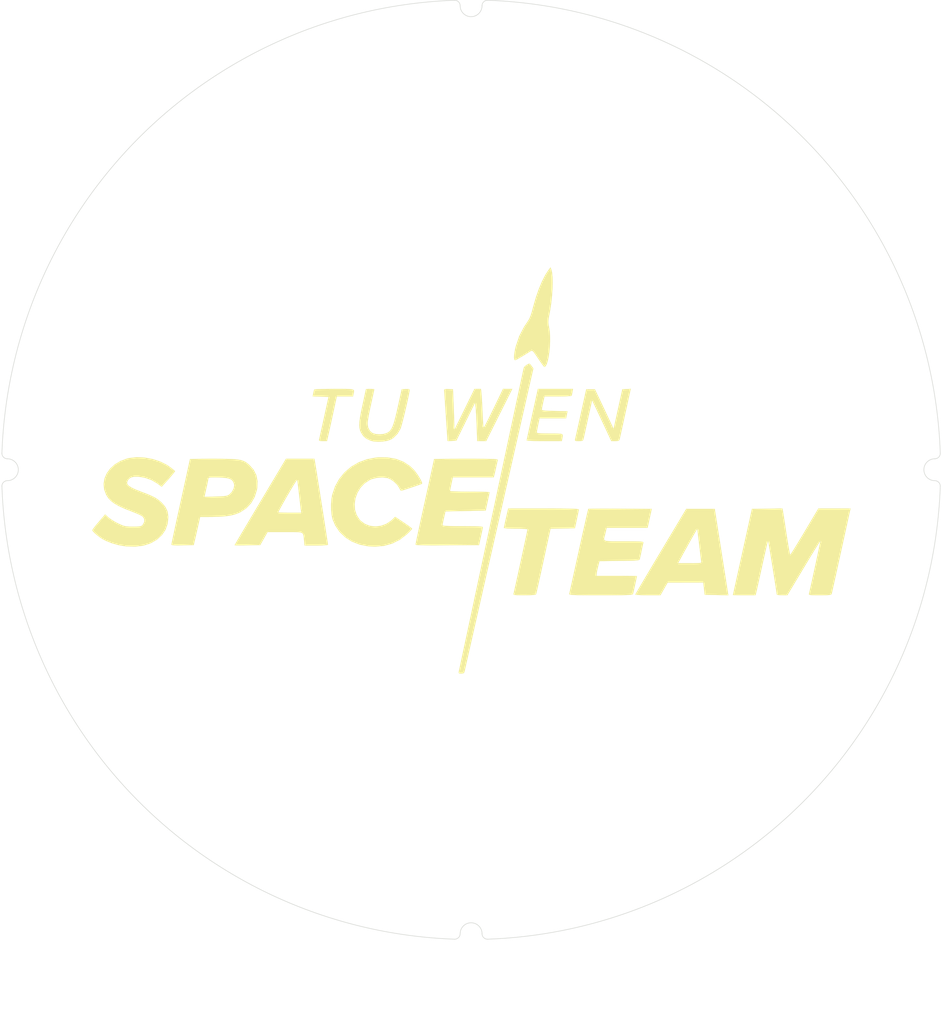
<source format=kicad_pcb>
(kicad_pcb (version 20171130) (host pcbnew 5.1.7-a382d34a8~88~ubuntu20.04.1)

  (general
    (thickness 1.6)
    (drawings 18)
    (tracks 0)
    (zones 0)
    (modules 5)
    (nets 1)
  )

  (page A4)
  (layers
    (0 F.Cu signal)
    (31 B.Cu signal)
    (34 B.Paste user)
    (35 F.Paste user)
    (36 B.SilkS user)
    (37 F.SilkS user)
    (38 B.Mask user)
    (39 F.Mask user)
    (40 Dwgs.User user)
    (41 Cmts.User user)
    (42 Eco1.User user)
    (43 Eco2.User user)
    (44 Edge.Cuts user)
    (45 Margin user)
    (46 B.CrtYd user)
    (47 F.CrtYd user)
    (48 B.Fab user hide)
    (49 F.Fab user hide)
  )

  (setup
    (last_trace_width 0.5)
    (trace_clearance 0.2)
    (zone_clearance 0.2)
    (zone_45_only no)
    (trace_min 0.2)
    (via_size 0.8)
    (via_drill 0.4)
    (via_min_size 0.4)
    (via_min_drill 0.3)
    (uvia_size 0.3)
    (uvia_drill 0.1)
    (uvias_allowed no)
    (uvia_min_size 0.2)
    (uvia_min_drill 0.1)
    (edge_width 0.05)
    (segment_width 0.2)
    (pcb_text_width 0.3)
    (pcb_text_size 1.5 1.5)
    (mod_edge_width 0.12)
    (mod_text_size 1 1)
    (mod_text_width 0.15)
    (pad_size 1.524 1.524)
    (pad_drill 0.762)
    (pad_to_mask_clearance 0)
    (aux_axis_origin 150 100)
    (grid_origin 150 100)
    (visible_elements FFFFFF7F)
    (pcbplotparams
      (layerselection 0x010f0_ffffffff)
      (usegerberextensions true)
      (usegerberattributes true)
      (usegerberadvancedattributes true)
      (creategerberjobfile true)
      (excludeedgelayer true)
      (linewidth 0.100000)
      (plotframeref false)
      (viasonmask false)
      (mode 1)
      (useauxorigin true)
      (hpglpennumber 1)
      (hpglpenspeed 20)
      (hpglpendiameter 15.000000)
      (psnegative false)
      (psa4output false)
      (plotreference true)
      (plotvalue true)
      (plotinvisibletext false)
      (padsonsilk false)
      (subtractmaskfromsilk false)
      (outputformat 1)
      (mirror false)
      (drillshape 0)
      (scaleselection 1)
      (outputdirectory "Doc/Gerber_Cover/"))
  )

  (net 0 "")

  (net_class Default "This is the default net class."
    (clearance 0.2)
    (trace_width 0.5)
    (via_dia 0.8)
    (via_drill 0.4)
    (uvia_dia 0.3)
    (uvia_drill 0.1)
  )

  (module MountingHole:MountingHole_3.2mm_M3 locked (layer F.Cu) (tedit 56D1B4CB) (tstamp 60BE8B83)
    (at 123.1 126.9)
    (descr "Mounting Hole 3.2mm, no annular, M3")
    (tags "mounting hole 3.2mm no annular m3")
    (attr virtual)
    (fp_text reference REF** (at 0 -4.2) (layer F.SilkS) hide
      (effects (font (size 1 1) (thickness 0.15)))
    )
    (fp_text value MountingHole_3.2mm_M3 (at 0 4.2) (layer F.Fab)
      (effects (font (size 1 1) (thickness 0.15)))
    )
    (fp_circle (center 0 0) (end 3.45 0) (layer F.CrtYd) (width 0.05))
    (fp_circle (center 0 0) (end 3.2 0) (layer Cmts.User) (width 0.15))
    (fp_text user %R (at 0.3 0) (layer F.Fab)
      (effects (font (size 1 1) (thickness 0.15)))
    )
    (pad 1 np_thru_hole circle (at 0 0) (size 3.2 3.2) (drill 3.2) (layers *.Cu *.Mask))
  )

  (module MountingHole:MountingHole_3.2mm_M3 locked (layer F.Cu) (tedit 56D1B4CB) (tstamp 60BE8B7C)
    (at 176.9 126.9)
    (descr "Mounting Hole 3.2mm, no annular, M3")
    (tags "mounting hole 3.2mm no annular m3")
    (attr virtual)
    (fp_text reference REF** (at 0 -4.2) (layer F.SilkS) hide
      (effects (font (size 1 1) (thickness 0.15)))
    )
    (fp_text value MountingHole_3.2mm_M3 (at 0 4.2) (layer F.Fab)
      (effects (font (size 1 1) (thickness 0.15)))
    )
    (fp_circle (center 0 0) (end 3.2 0) (layer Cmts.User) (width 0.15))
    (fp_circle (center 0 0) (end 3.45 0) (layer F.CrtYd) (width 0.05))
    (fp_text user %R (at 0.3 0) (layer F.Fab)
      (effects (font (size 1 1) (thickness 0.15)))
    )
    (pad 1 np_thru_hole circle (at 0 0) (size 3.2 3.2) (drill 3.2) (layers *.Cu *.Mask))
  )

  (module MountingHole:MountingHole_3.2mm_M3 locked (layer F.Cu) (tedit 56D1B4CB) (tstamp 60BE8B5A)
    (at 176.9 73.1)
    (descr "Mounting Hole 3.2mm, no annular, M3")
    (tags "mounting hole 3.2mm no annular m3")
    (attr virtual)
    (fp_text reference REF** (at 0 -4.2) (layer F.SilkS) hide
      (effects (font (size 1 1) (thickness 0.15)))
    )
    (fp_text value MountingHole_3.2mm_M3 (at 0 4.2) (layer F.Fab)
      (effects (font (size 1 1) (thickness 0.15)))
    )
    (fp_circle (center 0 0) (end 3.45 0) (layer F.CrtYd) (width 0.05))
    (fp_circle (center 0 0) (end 3.2 0) (layer Cmts.User) (width 0.15))
    (fp_text user %R (at 0.3 0) (layer F.Fab)
      (effects (font (size 1 1) (thickness 0.15)))
    )
    (pad 1 np_thru_hole circle (at 0 0) (size 3.2 3.2) (drill 3.2) (layers *.Cu *.Mask))
  )

  (module MountingHole:MountingHole_3.2mm_M3 locked (layer F.Cu) (tedit 56D1B4CB) (tstamp 60BE894B)
    (at 123.1 73.1)
    (descr "Mounting Hole 3.2mm, no annular, M3")
    (tags "mounting hole 3.2mm no annular m3")
    (attr virtual)
    (fp_text reference REF** (at 0 -4.2) (layer F.SilkS) hide
      (effects (font (size 1 1) (thickness 0.15)))
    )
    (fp_text value MountingHole_3.2mm_M3 (at 0 4.2) (layer F.Fab)
      (effects (font (size 1 1) (thickness 0.15)))
    )
    (fp_circle (center 0 0) (end 3.2 0) (layer Cmts.User) (width 0.15))
    (fp_circle (center 0 0) (end 3.45 0) (layer F.CrtYd) (width 0.05))
    (fp_text user %R (at 0.3 0) (layer F.Fab)
      (effects (font (size 1 1) (thickness 0.15)))
    )
    (pad 1 np_thru_hole circle (at 0 0) (size 3.2 3.2) (drill 3.2) (layers *.Cu *.Mask))
  )

  (module TXV_Library_Footprints:ST_Logo_77x47mm (layer F.Cu) (tedit 0) (tstamp 60BE8800)
    (at 150 100)
    (fp_text reference G*** (at 0 0) (layer F.SilkS) hide
      (effects (font (size 1.524 1.524) (thickness 0.3)))
    )
    (fp_text value LOGO (at 0.75 0) (layer F.SilkS) hide
      (effects (font (size 1.524 1.524) (thickness 0.3)))
    )
    (fp_poly (pts (xy 5.404849 -9.641997) (xy 5.515447 -9.503864) (xy 5.536496 -9.474748) (xy 5.695595 -9.251313)
      (xy 2.574212 4.47601) (xy 2.249741 5.903077) (xy 1.934122 7.291411) (xy 1.629076 8.63343)
      (xy 1.336325 9.92155) (xy 1.057591 11.148188) (xy 0.794596 12.305761) (xy 0.549063 13.386685)
      (xy 0.322713 14.383377) (xy 0.117268 15.288253) (xy -0.06555 16.093732) (xy -0.224018 16.792228)
      (xy -0.356415 17.37616) (xy -0.461019 17.837943) (xy -0.536107 18.169994) (xy -0.579957 18.364731)
      (xy -0.591086 18.415) (xy -0.644275 18.560231) (xy -0.756535 18.618251) (xy -0.903117 18.626667)
      (xy -1.080155 18.615274) (xy -1.141329 18.561853) (xy -1.128199 18.453485) (xy -1.107887 18.361242)
      (xy -1.05709 18.126032) (xy -0.97743 17.755438) (xy -0.87053 17.257048) (xy -0.73801 16.638447)
      (xy -0.581494 15.907221) (xy -0.402601 15.070956) (xy -0.202955 14.137237) (xy 0.015823 13.11365)
      (xy 0.252111 12.007781) (xy 0.504288 10.827216) (xy 0.770731 9.579541) (xy 1.04982 8.272341)
      (xy 1.339931 6.913202) (xy 1.639445 5.509711) (xy 1.84609 4.541212) (xy 2.150934 3.112692)
      (xy 2.447459 1.723773) (xy 2.734044 0.382013) (xy 3.009072 -0.905029) (xy 3.270922 -2.129795)
      (xy 3.517976 -3.284726) (xy 3.748612 -4.362263) (xy 3.961214 -5.354848) (xy 4.15416 -6.254922)
      (xy 4.325831 -7.054927) (xy 4.474609 -7.747304) (xy 4.598873 -8.324494) (xy 4.697005 -8.778939)
      (xy 4.767385 -9.103081) (xy 4.808393 -9.28936) (xy 4.818673 -9.33342) (xy 4.906462 -9.447357)
      (xy 5.07047 -9.575842) (xy 5.245275 -9.67313) (xy 5.34033 -9.698182) (xy 5.404849 -9.641997)) (layer F.SilkS) (width 0.01))
    (fp_poly (pts (xy 7.443875 3.541529) (xy 8.124244 3.544521) (xy 8.673253 3.54992) (xy 9.102184 3.558061)
      (xy 9.422323 3.56928) (xy 9.644953 3.583915) (xy 9.781359 3.602301) (xy 9.842825 3.624774)
      (xy 9.849036 3.636818) (xy 9.832143 3.748217) (xy 9.788879 3.974151) (xy 9.726311 4.278892)
      (xy 9.670197 4.541212) (xy 9.494441 5.349394) (xy 8.379748 5.370608) (xy 7.265054 5.391823)
      (xy 6.624178 8.333942) (xy 6.481472 8.987297) (xy 6.347967 9.595118) (xy 6.227413 10.140589)
      (xy 6.123558 10.606899) (xy 6.040152 10.977233) (xy 5.980942 11.234778) (xy 5.949677 11.362721)
      (xy 5.94675 11.372273) (xy 5.882689 11.414519) (xy 5.717325 11.443624) (xy 5.434702 11.46102)
      (xy 5.018861 11.468139) (xy 4.874154 11.468485) (xy 4.457192 11.46699) (xy 4.171336 11.460445)
      (xy 3.993763 11.445763) (xy 3.901654 11.419855) (xy 3.872185 11.379634) (xy 3.878761 11.333788)
      (xy 3.90545 11.22494) (xy 3.959325 10.988923) (xy 4.03604 10.645738) (xy 4.131251 10.215386)
      (xy 4.240613 9.717869) (xy 4.359781 9.173186) (xy 4.484412 8.60134) (xy 4.610159 8.022332)
      (xy 4.732678 7.456162) (xy 4.847626 6.922832) (xy 4.950655 6.442344) (xy 5.037423 6.034697)
      (xy 5.103585 5.719893) (xy 5.144795 5.517934) (xy 5.15697 5.449516) (xy 5.084596 5.427364)
      (xy 4.885832 5.408744) (xy 4.588216 5.395231) (xy 4.219285 5.3884) (xy 4.079394 5.387879)
      (xy 3.655112 5.382829) (xy 3.320762 5.368614) (xy 3.096706 5.346629) (xy 3.003308 5.318275)
      (xy 3.001818 5.31389) (xy 3.013433 5.231162) (xy 3.05002 5.047924) (xy 3.114193 4.752154)
      (xy 3.208567 4.331833) (xy 3.335755 3.77494) (xy 3.349802 3.713788) (xy 3.3896 3.540606)
      (xy 6.62086 3.540606) (xy 7.443875 3.541529)) (layer F.SilkS) (width 0.01))
    (fp_poly (pts (xy 12.92073 3.555019) (xy 13.567348 3.558441) (xy 13.635936 3.558911) (xy 16.519897 3.579091)
      (xy 16.140369 5.310909) (xy 12.395054 5.310909) (xy 12.347633 5.522576) (xy 12.294111 5.750132)
      (xy 12.231607 6.001818) (xy 12.231141 6.003636) (xy 12.186025 6.171951) (xy 12.159004 6.301145)
      (xy 12.166736 6.396366) (xy 12.225881 6.462759) (xy 12.353099 6.505472) (xy 12.565049 6.529652)
      (xy 12.878391 6.540444) (xy 13.309784 6.542996) (xy 13.875889 6.542454) (xy 13.975187 6.542424)
      (xy 14.549546 6.543096) (xy 14.987687 6.546008) (xy 15.307328 6.552504) (xy 15.526188 6.563929)
      (xy 15.661985 6.581625) (xy 15.732436 6.606938) (xy 15.755262 6.641212) (xy 15.750818 6.677121)
      (xy 15.717683 6.813456) (xy 15.664191 7.054233) (xy 15.600592 7.353031) (xy 15.585096 7.427576)
      (xy 15.520824 7.733087) (xy 15.464544 7.991398) (xy 15.426393 8.156217) (xy 15.42108 8.176648)
      (xy 15.397621 8.219111) (xy 15.341255 8.25201) (xy 15.233633 8.276864) (xy 15.056404 8.295193)
      (xy 14.791219 8.308515) (xy 14.419729 8.318349) (xy 13.923582 8.326214) (xy 13.561161 8.330588)
      (xy 11.737879 8.351212) (xy 11.610722 8.851515) (xy 11.543575 9.136726) (xy 11.494723 9.383722)
      (xy 11.476025 9.525) (xy 11.468485 9.698182) (xy 13.315758 9.698182) (xy 13.830626 9.69909)
      (xy 14.29025 9.701643) (xy 14.673598 9.705578) (xy 14.959634 9.710638) (xy 15.127323 9.71656)
      (xy 15.16303 9.721028) (xy 15.147396 9.808926) (xy 15.106227 10.007793) (xy 15.048126 10.278493)
      (xy 14.981696 10.581886) (xy 14.915539 10.878837) (xy 14.858258 11.130207) (xy 14.818456 11.29686)
      (xy 14.808539 11.333788) (xy 14.789355 11.368393) (xy 14.745129 11.396534) (xy 14.661328 11.418872)
      (xy 14.523416 11.436072) (xy 14.31686 11.448796) (xy 14.027124 11.457707) (xy 13.639675 11.463468)
      (xy 13.139979 11.466742) (xy 12.513499 11.468192) (xy 11.855352 11.468485) (xy 11.108489 11.468128)
      (xy 10.501397 11.466615) (xy 10.019907 11.463283) (xy 9.649851 11.457469) (xy 9.377062 11.448511)
      (xy 9.187371 11.435745) (xy 9.06661 11.41851) (xy 9.000611 11.396141) (xy 8.975207 11.367977)
      (xy 8.97612 11.333788) (xy 8.998783 11.234062) (xy 9.05125 10.998837) (xy 9.130238 10.642956)
      (xy 9.232464 10.18126) (xy 9.354644 9.628591) (xy 9.493497 8.999794) (xy 9.645738 8.309709)
      (xy 9.808085 7.573179) (xy 9.845296 7.404275) (xy 10.009045 6.663342) (xy 10.163557 5.968841)
      (xy 10.305569 5.335118) (xy 10.431817 4.776521) (xy 10.539037 4.307397) (xy 10.623964 3.942093)
      (xy 10.683337 3.694956) (xy 10.71389 3.580334) (xy 10.716612 3.574095) (xy 10.798941 3.566645)
      (xy 11.018093 3.560785) (xy 11.356958 3.556603) (xy 11.798426 3.554189) (xy 12.325386 3.553631)
      (xy 12.92073 3.555019)) (layer F.SilkS) (width 0.01))
    (fp_poly (pts (xy 22.902458 7.52581) (xy 23.522789 11.472529) (xy 22.44094 11.451264) (xy 21.359091 11.43)
      (xy 21.294069 10.87197) (xy 21.229046 10.313939) (xy 19.600735 10.314757) (xy 17.972424 10.315574)
      (xy 17.643879 10.89203) (xy 17.315334 11.468485) (xy 16.162213 11.468485) (xy 15.761019 11.464856)
      (xy 15.420967 11.454858) (xy 15.168578 11.439821) (xy 15.030372 11.421078) (xy 15.012373 11.410758)
      (xy 15.051445 11.336025) (xy 15.16282 11.141054) (xy 15.339564 10.837583) (xy 15.574742 10.437355)
      (xy 15.86142 9.952108) (xy 16.192664 9.393584) (xy 16.561537 8.773523) (xy 16.698664 8.543636)
      (xy 18.922983 8.543636) (xy 19.999134 8.543636) (xy 20.42595 8.54216) (xy 20.721554 8.535784)
      (xy 20.90866 8.521592) (xy 21.009982 8.496663) (xy 21.048234 8.45808) (xy 21.047442 8.408939)
      (xy 21.030018 8.292131) (xy 20.99848 8.049187) (xy 20.956148 7.706918) (xy 20.906338 7.292139)
      (xy 20.854531 6.850303) (xy 20.801855 6.401335) (xy 20.754603 6.008849) (xy 20.715772 5.696915)
      (xy 20.688359 5.489605) (xy 20.675361 5.410989) (xy 20.675325 5.410946) (xy 20.635854 5.470124)
      (xy 20.534067 5.643125) (xy 20.381803 5.908873) (xy 20.190904 6.246293) (xy 19.973211 6.634307)
      (xy 19.740563 7.05184) (xy 19.504802 7.477814) (xy 19.277768 7.891155) (xy 19.142397 8.139545)
      (xy 18.922983 8.543636) (xy 16.698664 8.543636) (xy 16.961107 8.103665) (xy 17.342346 7.466061)
      (xy 19.669038 3.579091) (xy 22.282128 3.579091) (xy 22.902458 7.52581)) (layer F.SilkS) (width 0.01))
    (fp_poly (pts (xy 28.501227 3.712085) (xy 28.523319 3.834092) (xy 28.564522 4.085694) (xy 28.621279 4.44423)
      (xy 28.690033 4.887033) (xy 28.767228 5.391439) (xy 28.83363 5.830455) (xy 28.914774 6.35658)
      (xy 28.991381 6.828656) (xy 29.059864 7.22649) (xy 29.116635 7.52989) (xy 29.158108 7.718663)
      (xy 29.178932 7.773939) (xy 29.229686 7.710251) (xy 29.348869 7.529662) (xy 29.526736 7.247887)
      (xy 29.753546 6.88064) (xy 30.019554 6.443635) (xy 30.315019 5.952587) (xy 30.490906 5.657849)
      (xy 31.75 3.541759) (xy 33.223485 3.541183) (xy 34.69697 3.540606) (xy 34.632253 3.829242)
      (xy 34.602839 3.961983) (xy 34.544014 4.228782) (xy 34.459365 4.613336) (xy 34.352476 5.09934)
      (xy 34.226932 5.670492) (xy 34.086317 6.310487) (xy 33.934216 7.003021) (xy 33.790306 7.658485)
      (xy 33.632186 8.377782) (xy 33.483172 9.053724) (xy 33.346695 9.670886) (xy 33.226185 10.213846)
      (xy 33.125072 10.667182) (xy 33.046786 11.01547) (xy 32.994759 11.243287) (xy 32.972866 11.333788)
      (xy 32.941402 11.388532) (xy 32.868964 11.426227) (xy 32.730898 11.44996) (xy 32.50255 11.46282)
      (xy 32.159267 11.467894) (xy 31.897286 11.468485) (xy 31.481431 11.467802) (xy 31.196264 11.463053)
      (xy 31.018531 11.450182) (xy 30.924981 11.425139) (xy 30.892361 11.383869) (xy 30.89742 11.322319)
      (xy 30.903773 11.295303) (xy 30.950708 11.093655) (xy 31.020683 10.78328) (xy 31.108909 10.386263)
      (xy 31.210592 9.924691) (xy 31.320944 9.420649) (xy 31.435172 8.896224) (xy 31.548486 8.373501)
      (xy 31.656096 7.874567) (xy 31.75321 7.421507) (xy 31.835037 7.036408) (xy 31.896787 6.741356)
      (xy 31.933669 6.558435) (xy 31.942137 6.508411) (xy 31.90412 6.553595) (xy 31.795876 6.717327)
      (xy 31.625913 6.985875) (xy 31.402741 7.345507) (xy 31.134867 7.782492) (xy 30.830802 8.283098)
      (xy 30.499054 8.833594) (xy 30.430577 8.947727) (xy 28.919306 11.468485) (xy 28.429653 11.468485)
      (xy 28.13133 11.456346) (xy 27.973186 11.418367) (xy 27.939377 11.372273) (xy 27.927399 11.264193)
      (xy 27.894339 11.030741) (xy 27.843769 10.694071) (xy 27.77926 10.276339) (xy 27.704385 9.799698)
      (xy 27.622714 9.286305) (xy 27.537821 8.758314) (xy 27.453276 8.23788) (xy 27.372652 7.747159)
      (xy 27.29952 7.308304) (xy 27.237451 6.943472) (xy 27.190019 6.674816) (xy 27.160794 6.524493)
      (xy 27.153945 6.50041) (xy 27.130468 6.564609) (xy 27.078922 6.761061) (xy 27.003613 7.071519)
      (xy 26.908845 7.47774) (xy 26.798925 7.961478) (xy 26.678157 8.504487) (xy 26.639517 8.680505)
      (xy 26.51294 9.257376) (xy 26.393673 9.798105) (xy 26.286606 10.280749) (xy 26.196627 10.683363)
      (xy 26.128622 10.984004) (xy 26.087482 11.160729) (xy 26.082762 11.179848) (xy 26.009824 11.468485)
      (xy 24.9737 11.468485) (xy 24.594712 11.467143) (xy 24.278273 11.463465) (xy 24.052382 11.457972)
      (xy 23.945036 11.451185) (xy 23.940001 11.449242) (xy 23.956567 11.372637) (xy 24.003252 11.159732)
      (xy 24.076969 10.824539) (xy 24.174628 10.381074) (xy 24.293143 9.84335) (xy 24.429425 9.225382)
      (xy 24.580386 8.541183) (xy 24.742938 7.804768) (xy 24.809227 7.504545) (xy 25.676027 3.579091)
      (xy 28.461245 3.537201) (xy 28.501227 3.712085)) (layer F.SilkS) (width 0.01))
    (fp_poly (pts (xy -29.864267 -1.114462) (xy -29.137136 -0.981592) (xy -28.442149 -0.756955) (xy -27.816759 -0.449589)
      (xy -27.365254 -0.127788) (xy -27.059902 0.134063) (xy -27.263497 0.394153) (xy -27.417486 0.581434)
      (xy -27.631738 0.830294) (xy -27.861944 1.089336) (xy -27.87959 1.108813) (xy -28.292088 1.563384)
      (xy -28.652185 1.288515) (xy -29.198132 0.960173) (xy -29.823864 0.735016) (xy -30.420223 0.634986)
      (xy -30.826791 0.63481) (xy -31.119572 0.713015) (xy -31.322602 0.879414) (xy -31.419354 1.042849)
      (xy -31.457888 1.193649) (xy -31.419826 1.334148) (xy -31.292086 1.473683) (xy -31.061591 1.621586)
      (xy -30.715259 1.787192) (xy -30.240011 1.979836) (xy -29.95654 2.086772) (xy -29.463319 2.277895)
      (xy -29.08352 2.447369) (xy -28.782138 2.614368) (xy -28.524166 2.798062) (xy -28.299084 2.99453)
      (xy -27.958979 3.385359) (xy -27.758567 3.801121) (xy -27.683724 4.272837) (xy -27.682456 4.348788)
      (xy -27.749951 4.954761) (xy -27.948282 5.503133) (xy -28.250835 5.950241) (xy -28.737954 6.399339)
      (xy -29.304941 6.727324) (xy -29.95772 6.936052) (xy -30.702216 7.02738) (xy -31.544352 7.003162)
      (xy -31.596061 6.998276) (xy -32.205277 6.897868) (xy -32.829034 6.723633) (xy -33.402423 6.495764)
      (xy -33.682497 6.349232) (xy -33.933874 6.185618) (xy -34.186995 5.994301) (xy -34.409789 5.802944)
      (xy -34.570185 5.639212) (xy -34.636112 5.530767) (xy -34.636364 5.52644) (xy -34.588961 5.441793)
      (xy -34.460064 5.26725) (xy -34.269638 5.028685) (xy -34.049302 4.765587) (xy -33.462241 4.079168)
      (xy -33.15483 4.356895) (xy -32.932525 4.52627) (xy -32.62887 4.717528) (xy -32.304439 4.892926)
      (xy -32.260225 4.914345) (xy -31.974506 5.045338) (xy -31.749363 5.127551) (xy -31.530504 5.172311)
      (xy -31.263639 5.190944) (xy -30.91609 5.194762) (xy -30.564617 5.19237) (xy -30.3327 5.179837)
      (xy -30.185991 5.150287) (xy -30.090141 5.096847) (xy -30.011696 5.013746) (xy -29.879329 4.755597)
      (xy -29.885155 4.502314) (xy -30.026365 4.287383) (xy -30.075909 4.248154) (xy -30.236823 4.158378)
      (xy -30.501111 4.036159) (xy -30.826929 3.90013) (xy -31.057273 3.811119) (xy -31.705377 3.55536)
      (xy -32.222285 3.317454) (xy -32.627647 3.084547) (xy -32.941111 2.843787) (xy -33.182327 2.582319)
      (xy -33.362267 2.303397) (xy -33.553779 1.804991) (xy -33.603167 1.298424) (xy -33.520345 0.799639)
      (xy -33.315231 0.324583) (xy -32.997738 -0.110802) (xy -32.577783 -0.490571) (xy -32.065282 -0.79878)
      (xy -31.47015 -1.019484) (xy -31.265151 -1.068756) (xy -30.586089 -1.146529) (xy -29.864267 -1.114462)) (layer F.SilkS) (width 0.01))
    (fp_poly (pts (xy -7.611748 -1.123729) (xy -6.858737 -0.990218) (xy -6.191546 -0.732907) (xy -5.605138 -0.350107)
      (xy -5.310909 -0.081064) (xy -5.123176 0.13436) (xy -4.929536 0.394934) (xy -4.74905 0.669264)
      (xy -4.60078 0.925954) (xy -4.503786 1.133609) (xy -4.47713 1.260835) (xy -4.485511 1.27844)
      (xy -4.567773 1.31473) (xy -4.762397 1.386563) (xy -5.035176 1.482419) (xy -5.351902 1.590777)
      (xy -5.678371 1.700118) (xy -5.980373 1.79892) (xy -6.223703 1.875665) (xy -6.374153 1.918831)
      (xy -6.403089 1.924242) (xy -6.469799 1.860614) (xy -6.554969 1.704421) (xy -6.56811 1.674091)
      (xy -6.747483 1.391531) (xy -7.024125 1.115261) (xy -7.346112 0.889516) (xy -7.63488 0.765254)
      (xy -8.098338 0.703238) (xy -8.606616 0.738626) (xy -9.091889 0.863905) (xy -9.285842 0.948191)
      (xy -9.74444 1.25498) (xy -10.115417 1.651736) (xy -10.393339 2.114057) (xy -10.572774 2.61754)
      (xy -10.648289 3.137784) (xy -10.61445 3.650386) (xy -10.465823 4.130945) (xy -10.196976 4.555056)
      (xy -10.110011 4.649741) (xy -9.713465 4.947268) (xy -9.250525 5.124645) (xy -8.75002 5.182678)
      (xy -8.240783 5.12217) (xy -7.751643 4.943924) (xy -7.311431 4.648745) (xy -7.225162 4.569313)
      (xy -6.945778 4.297131) (xy -6.166828 4.815759) (xy -5.866899 5.019826) (xy -5.62053 5.19578)
      (xy -5.452594 5.325258) (xy -5.387964 5.389897) (xy -5.387879 5.390793) (xy -5.440503 5.465193)
      (xy -5.581189 5.616182) (xy -5.784162 5.816721) (xy -5.88535 5.912558) (xy -6.514589 6.400466)
      (xy -7.210395 6.749838) (xy -7.971285 6.960221) (xy -8.795775 7.031161) (xy -9.424305 6.996042)
      (xy -10.20163 6.842871) (xy -10.901241 6.568043) (xy -11.512208 6.179836) (xy -12.023598 5.686534)
      (xy -12.424479 5.096417) (xy -12.664719 4.541212) (xy -12.751199 4.16149) (xy -12.798203 3.687679)
      (xy -12.804703 3.174748) (xy -12.769667 2.67767) (xy -12.706558 2.309091) (xy -12.447702 1.535397)
      (xy -12.063123 0.839536) (xy -11.565364 0.231673) (xy -10.966969 -0.278029) (xy -10.280485 -0.679407)
      (xy -9.518454 -0.962296) (xy -8.693422 -1.116532) (xy -8.455614 -1.135127) (xy -7.611748 -1.123729)) (layer F.SilkS) (width 0.01))
    (fp_poly (pts (xy -22.847301 -0.998706) (xy -22.26277 -0.990884) (xy -21.794055 -0.973955) (xy -21.422105 -0.944735)
      (xy -21.127871 -0.900039) (xy -20.892303 -0.836683) (xy -20.696351 -0.751483) (xy -20.520966 -0.641255)
      (xy -20.347097 -0.502814) (xy -20.289539 -0.452801) (xy -19.891688 -0.010578) (xy -19.636054 0.490525)
      (xy -19.522624 1.050553) (xy -19.551382 1.669556) (xy -19.583849 1.848371) (xy -19.791788 2.50507)
      (xy -20.119912 3.069332) (xy -20.562946 3.534331) (xy -21.115616 3.893243) (xy -21.19351 3.930945)
      (xy -21.566741 4.077414) (xy -21.987285 4.184528) (xy -22.481667 4.256192) (xy -23.076411 4.296316)
      (xy -23.758076 4.308778) (xy -24.771606 4.310303) (xy -24.939348 5.060758) (xy -25.029585 5.461127)
      (xy -25.125012 5.879158) (xy -25.209388 6.243857) (xy -25.234303 6.35) (xy -25.361515 6.888788)
      (xy -26.381364 6.910264) (xy -26.813916 6.916046) (xy -27.112355 6.911081) (xy -27.296228 6.893877)
      (xy -27.385083 6.862944) (xy -27.401212 6.832468) (xy -27.385069 6.739973) (xy -27.338727 6.511752)
      (xy -27.265316 6.162369) (xy -27.167966 5.706386) (xy -27.049807 5.158365) (xy -26.913969 4.53287)
      (xy -26.763582 3.844464) (xy -26.601777 3.107708) (xy -26.554545 2.893348) (xy -26.462271 2.474571)
      (xy -24.378586 2.474571) (xy -23.355233 2.449558) (xy -22.925835 2.4363) (xy -22.62042 2.418072)
      (xy -22.409032 2.390434) (xy -22.261716 2.348943) (xy -22.148516 2.289158) (xy -22.114879 2.265639)
      (xy -21.876088 2.024866) (xy -21.716575 1.732279) (xy -21.658338 1.436906) (xy -21.677511 1.290803)
      (xy -21.764736 1.077871) (xy -21.90111 0.923411) (xy -22.109773 0.817875) (xy -22.413868 0.751718)
      (xy -22.836536 0.715391) (xy -23.096253 0.705524) (xy -23.500482 0.697729) (xy -23.77275 0.702259)
      (xy -23.934677 0.720919) (xy -24.007882 0.755514) (xy -24.01818 0.782493) (xy -24.035815 0.896883)
      (xy -24.080581 1.1249) (xy -24.145095 1.430149) (xy -24.2002 1.679861) (xy -24.378586 2.474571)
      (xy -26.462271 2.474571) (xy -26.390407 2.148423) (xy -26.236756 1.450104) (xy -26.096705 0.8126)
      (xy -25.973365 0.250123) (xy -25.869848 -0.223117) (xy -25.789264 -0.592911) (xy -25.734725 -0.845048)
      (xy -25.709343 -0.965318) (xy -25.707879 -0.973552) (xy -25.634166 -0.980579) (xy -25.426051 -0.986927)
      (xy -25.103073 -0.992349) (xy -24.684769 -0.996598) (xy -24.190675 -0.999427) (xy -23.640331 -1.00059)
      (xy -23.566697 -1.000606) (xy -22.847301 -0.998706)) (layer F.SilkS) (width 0.01))
    (fp_poly (pts (xy -14.285228 -0.788939) (xy -14.263547 -0.665836) (xy -14.221764 -0.412834) (xy -14.162677 -0.047748)
      (xy -14.089084 0.411606) (xy -14.003782 0.947412) (xy -13.909569 1.541855) (xy -13.809242 2.177119)
      (xy -13.7056 2.83539) (xy -13.60144 3.498852) (xy -13.499559 4.149689) (xy -13.402756 4.770085)
      (xy -13.313827 5.342226) (xy -13.23557 5.848296) (xy -13.170784 6.27048) (xy -13.122265 6.590961)
      (xy -13.092812 6.791925) (xy -13.084848 6.855117) (xy -13.157833 6.882535) (xy -13.360932 6.90473)
      (xy -13.670364 6.920098) (xy -14.062345 6.927037) (xy -14.154867 6.927273) (xy -15.224885 6.927273)
      (xy -15.276466 6.446212) (xy -15.299651 6.198276) (xy -15.322042 6.01148) (xy -15.363396 5.877252)
      (xy -15.443473 5.787016) (xy -15.582031 5.732201) (xy -15.798828 5.704231) (xy -16.113624 5.694533)
      (xy -16.546176 5.694534) (xy -17.005938 5.695758) (xy -18.607563 5.695758) (xy -19.280909 6.888788)
      (xy -20.454697 6.910035) (xy -20.859986 6.915418) (xy -21.2047 6.916271) (xy -21.462463 6.912827)
      (xy -21.606897 6.905319) (xy -21.628485 6.89968) (xy -21.59011 6.82974) (xy -21.479559 6.63928)
      (xy -21.303693 6.339881) (xy -21.069375 5.943124) (xy -20.783464 5.46059) (xy -20.452823 4.903858)
      (xy -20.084313 4.284509) (xy -19.852919 3.896234) (xy -17.626061 3.896234) (xy -17.553747 3.906874)
      (xy -17.355425 3.915781) (xy -17.059023 3.922176) (xy -16.692468 3.925281) (xy -16.57823 3.925455)
      (xy -15.5304 3.925455) (xy -15.57546 3.598333) (xy -15.600353 3.402406) (xy -15.63739 3.091813)
      (xy -15.682093 2.70493) (xy -15.729984 2.280132) (xy -15.743849 2.155152) (xy -15.790221 1.749959)
      (xy -15.833904 1.394345) (xy -15.870921 1.118873) (xy -15.897292 0.954108) (xy -15.903786 0.926596)
      (xy -15.946179 0.967887) (xy -16.050179 1.121419) (xy -16.20279 1.36478) (xy -16.391012 1.675561)
      (xy -16.601848 2.031348) (xy -16.8223 2.409731) (xy -17.039371 2.788299) (xy -17.240063 3.144639)
      (xy -17.411377 3.45634) (xy -17.540317 3.700991) (xy -17.613885 3.85618) (xy -17.626061 3.896234)
      (xy -19.852919 3.896234) (xy -19.684795 3.614125) (xy -19.278721 2.933736) (xy -16.928956 -1.000606)
      (xy -14.328595 -1.000606) (xy -14.285228 -0.788939)) (layer F.SilkS) (width 0.01))
    (fp_poly (pts (xy 0.292633 -1.000254) (xy 0.902067 -0.99876) (xy 1.38578 -0.995467) (xy 1.75788 -0.989719)
      (xy 2.032477 -0.980858) (xy 2.223679 -0.968227) (xy 2.345595 -0.95117) (xy 2.412334 -0.92903)
      (xy 2.438004 -0.90115) (xy 2.436714 -0.866872) (xy 2.436453 -0.865909) (xy 2.400037 -0.717322)
      (xy 2.346276 -0.480682) (xy 2.308522 -0.307879) (xy 2.241856 -0.006979) (xy 2.17424 0.283965)
      (xy 2.144895 0.404091) (xy 2.072248 0.692727) (xy -1.667117 0.692727) (xy -1.79568 1.291001)
      (xy -1.856098 1.578767) (xy -1.90127 1.806507) (xy -1.923284 1.933955) (xy -1.924242 1.945243)
      (xy -1.850817 1.961) (xy -1.644713 1.97504) (xy -1.327185 1.986707) (xy -0.919491 1.995342)
      (xy -0.442887 2.000287) (xy -0.115455 2.001212) (xy 0.393547 2.003555) (xy 0.846883 2.01013)
      (xy 1.223345 2.02026) (xy 1.501727 2.033268) (xy 1.660818 2.048474) (xy 1.690249 2.058939)
      (xy 1.673514 2.153698) (xy 1.630641 2.365112) (xy 1.568588 2.6595) (xy 1.511392 2.924848)
      (xy 1.335619 3.73303) (xy -0.503222 3.771515) (xy -2.342064 3.81) (xy -2.476362 4.387273)
      (xy -2.54123 4.676324) (xy -2.589823 4.912199) (xy -2.613048 5.05036) (xy -2.613815 5.060758)
      (xy -2.580529 5.092443) (xy -2.468803 5.116864) (xy -2.264327 5.134768) (xy -1.952796 5.146902)
      (xy -1.519903 5.154011) (xy -0.951338 5.156842) (xy -0.769697 5.15697) (xy -0.161572 5.158754)
      (xy 0.30696 5.164603) (xy 0.650209 5.175265) (xy 0.882487 5.191487) (xy 1.018103 5.214015)
      (xy 1.071368 5.243597) (xy 1.073477 5.253182) (xy 1.055854 5.365382) (xy 1.011625 5.59088)
      (xy 0.948218 5.892845) (xy 0.898819 6.119091) (xy 0.72826 6.888788) (xy -2.17587 6.908956)
      (xy -2.948262 6.913352) (xy -3.579046 6.914554) (xy -4.080529 6.912231) (xy -4.465017 6.906054)
      (xy -4.744815 6.895693) (xy -4.932229 6.880819) (xy -5.039564 6.861101) (xy -5.079127 6.836211)
      (xy -5.08 6.831159) (xy -5.063858 6.738924) (xy -5.017519 6.510957) (xy -4.944113 6.161813)
      (xy -4.846769 5.70605) (xy -4.728618 5.158223) (xy -4.592788 4.532889) (xy -4.44241 3.844605)
      (xy -4.280613 3.107925) (xy -4.233333 2.893348) (xy -4.069194 2.148423) (xy -3.915544 1.450104)
      (xy -3.775493 0.8126) (xy -3.652153 0.250123) (xy -3.548635 -0.223117) (xy -3.468052 -0.592911)
      (xy -3.413513 -0.845048) (xy -3.388131 -0.965318) (xy -3.386667 -0.973552) (xy -3.312481 -0.979596)
      (xy -3.101057 -0.985169) (xy -2.769098 -0.990118) (xy -2.333306 -0.994288) (xy -1.81038 -0.997526)
      (xy -1.217024 -0.999676) (xy -0.56994 -1.000586) (xy -0.456631 -1.000606) (xy 0.292633 -1.000254)) (layer F.SilkS) (width 0.01))
    (fp_poly (pts (xy -9.016761 -7.382086) (xy -8.877425 -7.364176) (xy -8.851515 -7.350173) (xy -8.867446 -7.266199)
      (xy -8.911734 -7.056308) (xy -8.979121 -6.744808) (xy -9.06435 -6.356007) (xy -9.159394 -5.926667)
      (xy -9.258928 -5.462204) (xy -9.345059 -5.028132) (xy -9.412179 -4.65535) (xy -9.454682 -4.374755)
      (xy -9.467273 -4.229945) (xy -9.408013 -3.84517) (xy -9.240186 -3.537379) (xy -9.007974 -3.349485)
      (xy -8.728014 -3.264461) (xy -8.372754 -3.236931) (xy -8.00985 -3.26729) (xy -7.738084 -3.342123)
      (xy -7.566144 -3.431903) (xy -7.419524 -3.556705) (xy -7.290476 -3.734345) (xy -7.171248 -3.982644)
      (xy -7.054094 -4.319421) (xy -6.931263 -4.762493) (xy -6.795007 -5.32968) (xy -6.710797 -5.704333)
      (xy -6.346719 -7.350606) (xy -5.982753 -7.374066) (xy -5.755685 -7.378276) (xy -5.645848 -7.346381)
      (xy -5.618788 -7.27522) (xy -5.637007 -7.127945) (xy -5.687185 -6.860147) (xy -5.762601 -6.500302)
      (xy -5.856537 -6.07689) (xy -5.962273 -5.618386) (xy -6.073088 -5.153269) (xy -6.182263 -4.710017)
      (xy -6.283079 -4.317106) (xy -6.368815 -4.003015) (xy -6.432752 -3.796221) (xy -6.450534 -3.750339)
      (xy -6.732478 -3.273829) (xy -7.099533 -2.906874) (xy -7.341046 -2.754244) (xy -7.658582 -2.64391)
      (xy -8.065451 -2.576363) (xy -8.50219 -2.554942) (xy -8.909332 -2.582983) (xy -9.193428 -2.650297)
      (xy -9.581138 -2.835016) (xy -9.859746 -3.074725) (xy -10.063788 -3.388239) (xy -10.152437 -3.594449)
      (xy -10.206986 -3.815754) (xy -10.22625 -4.074417) (xy -10.209043 -4.392697) (xy -10.154179 -4.792858)
      (xy -10.060474 -5.297161) (xy -9.929091 -5.917167) (xy -9.832126 -6.360506) (xy -9.747697 -6.749945)
      (xy -9.680962 -7.061406) (xy -9.637081 -7.27081) (xy -9.621212 -7.354078) (xy -9.621212 -7.354129)
      (xy -9.551936 -7.37408) (xy -9.374823 -7.386738) (xy -9.236364 -7.389091) (xy -9.016761 -7.382086)) (layer F.SilkS) (width 0.01))
    (fp_poly (pts (xy -11.477846 -7.387428) (xy -11.15304 -7.378691) (xy -10.930437 -7.358765) (xy -10.7928 -7.323209)
      (xy -10.722886 -7.267586) (xy -10.703456 -7.187456) (xy -10.717271 -7.078379) (xy -10.746894 -6.936894)
      (xy -10.795 -6.696364) (xy -12.279289 -6.696364) (xy -12.573472 -5.330152) (xy -12.681331 -4.831676)
      (xy -12.79092 -4.329457) (xy -12.893005 -3.86552) (xy -12.978352 -3.481893) (xy -13.021632 -3.290455)
      (xy -13.175609 -2.61697) (xy -13.555029 -2.61697) (xy -13.779277 -2.622539) (xy -13.88443 -2.651172)
      (xy -13.905246 -2.720754) (xy -13.891576 -2.790152) (xy -13.863521 -2.911653) (xy -13.807577 -3.160596)
      (xy -13.728842 -3.514059) (xy -13.632409 -3.94912) (xy -13.523377 -4.442855) (xy -13.442396 -4.810606)
      (xy -13.036087 -6.657879) (xy -13.76122 -6.680005) (xy -14.486353 -6.702132) (xy -14.432856 -6.987298)
      (xy -14.388942 -7.188462) (xy -14.349212 -7.319075) (xy -14.343318 -7.330777) (xy -14.259399 -7.347249)
      (xy -14.043397 -7.361917) (xy -13.717167 -7.37409) (xy -13.302562 -7.383074) (xy -12.821436 -7.388179)
      (xy -12.503033 -7.389091) (xy -11.922098 -7.389415) (xy -11.477846 -7.387428)) (layer F.SilkS) (width 0.01))
    (fp_poly (pts (xy 0.950267 -6.946515) (xy 0.969036 -6.718555) (xy 0.990925 -6.373841) (xy 1.013874 -5.94947)
      (xy 1.035825 -5.48254) (xy 1.04849 -5.176212) (xy 1.068234 -4.74357) (xy 1.090815 -4.369914)
      (xy 1.114281 -4.080041) (xy 1.136679 -3.898742) (xy 1.153004 -3.848485) (xy 1.19941 -3.91489)
      (xy 1.302611 -4.101821) (xy 1.453151 -4.390851) (xy 1.64157 -4.763553) (xy 1.858412 -5.201501)
      (xy 2.061634 -5.618788) (xy 2.917459 -7.389091) (xy 3.771996 -7.389091) (xy 2.578485 -5.00303)
      (xy 1.384973 -2.61697) (xy 0.558443 -2.61697) (xy 0.506744 -4.021667) (xy 0.487304 -4.498375)
      (xy 0.465564 -4.94635) (xy 0.443372 -5.332893) (xy 0.422577 -5.625306) (xy 0.407752 -5.772727)
      (xy 0.36046 -6.119091) (xy -0.49414 -4.387273) (xy -1.348741 -2.655455) (xy -1.751946 -2.63219)
      (xy -1.977382 -2.623187) (xy -2.123945 -2.625016) (xy -2.155647 -2.63219) (xy -2.160744 -2.711873)
      (xy -2.17492 -2.92598) (xy -2.196895 -3.255342) (xy -2.225385 -3.680792) (xy -2.259108 -4.183164)
      (xy -2.296783 -4.74329) (xy -2.309091 -4.926061) (xy -2.347872 -5.504831) (xy -2.383069 -6.035944)
      (xy -2.413384 -6.499365) (xy -2.437521 -6.875056) (xy -2.454183 -7.142984) (xy -2.462073 -7.283111)
      (xy -2.462535 -7.296901) (xy -2.413004 -7.35728) (xy -2.24923 -7.379105) (xy -2.058939 -7.373871)
      (xy -1.654848 -7.350606) (xy -1.607058 -6.196061) (xy -1.588068 -5.71681) (xy -1.569956 -5.22321)
      (xy -1.554566 -4.767947) (xy -1.543746 -4.403709) (xy -1.54235 -4.348788) (xy -1.525433 -3.656061)
      (xy -0.608675 -5.522576) (xy 0.308084 -7.389091) (xy 0.903753 -7.389091) (xy 0.950267 -6.946515)) (layer F.SilkS) (width 0.01))
    (fp_poly (pts (xy 9.268227 -7.100455) (xy 9.226271 -6.898265) (xy 9.189009 -6.766652) (xy 9.183227 -6.754091)
      (xy 9.098951 -6.734448) (xy 8.887581 -6.717673) (xy 8.575952 -6.705004) (xy 8.190903 -6.697679)
      (xy 7.931688 -6.696364) (xy 6.713066 -6.696364) (xy 6.58926 -6.148134) (xy 6.528266 -5.864448)
      (xy 6.484054 -5.632892) (xy 6.465556 -5.500526) (xy 6.465455 -5.495846) (xy 6.497 -5.453934)
      (xy 6.604245 -5.422602) (xy 6.806098 -5.399835) (xy 7.121471 -5.383621) (xy 7.569274 -5.371945)
      (xy 7.641757 -5.370591) (xy 8.81806 -5.349394) (xy 8.753288 -5.022273) (xy 8.688517 -4.695152)
      (xy 6.260762 -4.695152) (xy 6.132199 -4.096878) (xy 6.071401 -3.802648) (xy 6.02612 -3.56198)
      (xy 6.004437 -3.418416) (xy 6.003636 -3.404151) (xy 6.045614 -3.365888) (xy 6.181985 -3.338564)
      (xy 6.428405 -3.320939) (xy 6.800531 -3.311773) (xy 7.196667 -3.309697) (xy 7.658644 -3.309595)
      (xy 7.987297 -3.303865) (xy 8.203219 -3.284374) (xy 8.327004 -3.242989) (xy 8.379246 -3.171575)
      (xy 8.38054 -3.061998) (xy 8.35148 -2.906125) (xy 8.341591 -2.8575) (xy 8.293485 -2.61697)
      (xy 6.686742 -2.61697) (xy 6.2082 -2.6196) (xy 5.786407 -2.626951) (xy 5.44392 -2.638211)
      (xy 5.203294 -2.652572) (xy 5.087086 -2.669222) (xy 5.079851 -2.674697) (xy 5.09576 -2.761508)
      (xy 5.140894 -2.979949) (xy 5.211245 -3.311341) (xy 5.302809 -3.737004) (xy 5.411578 -4.238258)
      (xy 5.533547 -4.796424) (xy 5.591577 -5.060758) (xy 6.103452 -7.389091) (xy 9.320309 -7.389091)
      (xy 9.268227 -7.100455)) (layer F.SilkS) (width 0.01))
    (fp_poly (pts (xy 14.1136 -5.179814) (xy 13.988312 -4.609437) (xy 13.87214 -4.081631) (xy 13.769619 -3.616915)
      (xy 13.685284 -3.23581) (xy 13.62367 -2.958836) (xy 13.589312 -2.806513) (xy 13.585474 -2.790152)
      (xy 13.538241 -2.683347) (xy 13.434797 -2.632152) (xy 13.230628 -2.617626) (xy 13.179594 -2.617444)
      (xy 12.815455 -2.617918) (xy 12.394417 -3.521838) (xy 12.186096 -3.96781) (xy 11.944115 -4.48388)
      (xy 11.700848 -5.001088) (xy 11.518296 -5.387879) (xy 11.063213 -6.35) (xy 10.690704 -4.656667)
      (xy 10.580695 -4.15738) (xy 10.47976 -3.700747) (xy 10.393272 -3.310964) (xy 10.326607 -3.012229)
      (xy 10.285139 -2.828739) (xy 10.276116 -2.790152) (xy 10.230673 -2.685695) (xy 10.131899 -2.634052)
      (xy 9.93647 -2.617648) (xy 9.849188 -2.61697) (xy 9.622536 -2.620984) (xy 9.515656 -2.647573)
      (xy 9.494386 -2.718552) (xy 9.517734 -2.828636) (xy 9.547815 -2.957007) (xy 9.606241 -3.214378)
      (xy 9.688236 -3.579414) (xy 9.789026 -4.030781) (xy 9.903837 -4.547143) (xy 10.027894 -5.107167)
      (xy 10.04741 -5.195455) (xy 10.523693 -7.350606) (xy 11.323154 -7.350606) (xy 11.980517 -5.965152)
      (xy 12.19736 -5.507507) (xy 12.405219 -5.067676) (xy 12.589844 -4.6759) (xy 12.736983 -4.362422)
      (xy 12.832384 -4.157483) (xy 12.832899 -4.156364) (xy 13.027918 -3.73303) (xy 13.826986 -7.350606)
      (xy 14.213486 -7.37345) (xy 14.599986 -7.396295) (xy 14.1136 -5.179814)) (layer F.SilkS) (width 0.01))
    (fp_poly (pts (xy 7.332791 -18.311576) (xy 7.403871 -18.01622) (xy 7.444642 -17.597196) (xy 7.456241 -17.08153)
      (xy 7.439806 -16.496247) (xy 7.396475 -15.868372) (xy 7.327386 -15.224931) (xy 7.233677 -14.592949)
      (xy 7.15962 -14.198763) (xy 7.092311 -13.850119) (xy 7.060137 -13.598608) (xy 7.061509 -13.391868)
      (xy 7.09484 -13.177536) (xy 7.124625 -13.044218) (xy 7.187866 -12.666333) (xy 7.219928 -12.226985)
      (xy 7.223618 -11.750266) (xy 7.201747 -11.260269) (xy 7.157122 -10.781087) (xy 7.092552 -10.336811)
      (xy 7.010846 -9.951534) (xy 6.914811 -9.649349) (xy 6.807257 -9.454347) (xy 6.698678 -9.390303)
      (xy 6.636943 -9.450689) (xy 6.509718 -9.615231) (xy 6.335391 -9.859004) (xy 6.132349 -10.157085)
      (xy 6.12643 -10.165969) (xy 5.908056 -10.491032) (xy 5.755076 -10.705455) (xy 5.648754 -10.827517)
      (xy 5.570353 -10.875495) (xy 5.501136 -10.867666) (xy 5.441206 -10.834407) (xy 4.968368 -10.537918)
      (xy 4.575769 -10.299761) (xy 4.276164 -10.127345) (xy 4.082309 -10.028079) (xy 4.015206 -10.006061)
      (xy 3.950851 -10.075636) (xy 3.927853 -10.2669) (xy 3.944811 -10.553659) (xy 4.000321 -10.909722)
      (xy 4.082951 -11.271099) (xy 4.398995 -12.204531) (xy 4.837057 -13.050287) (xy 5.054737 -13.376789)
      (xy 5.218482 -13.620026) (xy 5.344825 -13.850015) (xy 5.450965 -14.108299) (xy 5.554099 -14.436422)
      (xy 5.665054 -14.851041) (xy 5.90874 -15.705697) (xy 6.183166 -16.498788) (xy 6.478568 -17.206704)
      (xy 6.785184 -17.805836) (xy 7.064216 -18.234606) (xy 7.261338 -18.496788) (xy 7.332791 -18.311576)) (layer F.SilkS) (width 0.01))
  )

  (dimension 38.042345 (width 0.15) (layer Dwgs.User)
    (gr_text "38,042 mm" (at 152.130761 75.230761 45) (layer Dwgs.User)
      (effects (font (size 1 1) (thickness 0.15)))
    )
    (feature1 (pts (xy 150 100) (xy 139.185338 89.185338)))
    (feature2 (pts (xy 176.9 73.1) (xy 166.085338 62.285338)))
    (crossbar (pts (xy 166.5 62.7) (xy 139.6 89.6)))
    (arrow1a (pts (xy 139.6 89.6) (xy 139.981896 88.388779)))
    (arrow1b (pts (xy 139.6 89.6) (xy 140.811221 89.218104)))
    (arrow2a (pts (xy 166.5 62.7) (xy 165.288779 63.081896)))
    (arrow2b (pts (xy 166.5 62.7) (xy 166.118104 63.911221)))
  )
  (gr_arc (start 150 100) (end 151.499999 142.899999) (angle -85.99493374) (layer Edge.Cuts) (width 0.05) (tstamp 60BE2A1E))
  (gr_arc (start 150 100) (end 107.100001 101.499999) (angle -85.99493374) (layer Edge.Cuts) (width 0.05) (tstamp 60BE2A1B))
  (gr_arc (start 150 100) (end 148.500001 57.100001) (angle -85.99493374) (layer Edge.Cuts) (width 0.05) (tstamp 60BE2A18))
  (gr_arc (start 150 100) (end 192.899999 98.500001) (angle -85.99493374) (layer Edge.Cuts) (width 0.05))
  (gr_arc (start 148.5 142.4) (end 148.5 142.9) (angle -90) (layer Edge.Cuts) (width 0.05) (tstamp 60BE29F3))
  (gr_arc (start 150 142.4) (end 151 142.4) (angle -180) (layer Edge.Cuts) (width 0.05) (tstamp 60BE29F2))
  (gr_arc (start 151.5 142.4) (end 151 142.4) (angle -90) (layer Edge.Cuts) (width 0.05) (tstamp 60BE29F1))
  (gr_arc (start 107.6 100) (end 107.6 101) (angle -180) (layer Edge.Cuts) (width 0.05) (tstamp 60BE29E9))
  (gr_arc (start 107.6 98.5) (end 107.1 98.5) (angle -90) (layer Edge.Cuts) (width 0.05) (tstamp 60BE29E8))
  (gr_arc (start 107.6 101.5) (end 107.6 101) (angle -90) (layer Edge.Cuts) (width 0.05) (tstamp 60BE29E7))
  (gr_arc (start 148.5 57.6) (end 149 57.6) (angle -90) (layer Edge.Cuts) (width 0.05) (tstamp 60BE29DC))
  (gr_arc (start 150 57.6) (end 149 57.6) (angle -180) (layer Edge.Cuts) (width 0.05) (tstamp 60BE29DB))
  (gr_arc (start 151.5 57.6) (end 151.5 57.1) (angle -90) (layer Edge.Cuts) (width 0.05) (tstamp 60BE29DA))
  (gr_arc (start 192.4 101.5) (end 192.9 101.5) (angle -90) (layer Edge.Cuts) (width 0.05) (tstamp 60BE29B6))
  (gr_arc (start 192.4 98.5) (end 192.4 99) (angle -90) (layer Edge.Cuts) (width 0.05))
  (gr_arc (start 192.4 100) (end 192.4 99) (angle -180) (layer Edge.Cuts) (width 0.05))
  (dimension 86 (width 0.15) (layer Dwgs.User)
    (gr_text "86,000 mm" (at 150 151.3) (layer Dwgs.User)
      (effects (font (size 1 1) (thickness 0.15)))
    )
    (feature1 (pts (xy 193 100) (xy 193 150.586421)))
    (feature2 (pts (xy 107 100) (xy 107 150.586421)))
    (crossbar (pts (xy 107 150) (xy 193 150)))
    (arrow1a (pts (xy 193 150) (xy 191.873496 150.586421)))
    (arrow1b (pts (xy 193 150) (xy 191.873496 149.413579)))
    (arrow2a (pts (xy 107 150) (xy 108.126504 150.586421)))
    (arrow2b (pts (xy 107 150) (xy 108.126504 149.413579)))
  )

)

</source>
